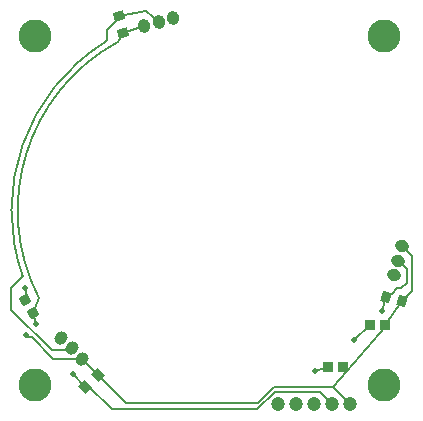
<source format=gtl>
G04*
G04 #@! TF.GenerationSoftware,Altium Limited,Altium Designer,19.1.5 (86)*
G04*
G04 Layer_Physical_Order=1*
G04 Layer_Color=255*
%FSLAX25Y25*%
%MOIN*%
G70*
G01*
G75*
G04:AMPARAMS|DCode=14|XSize=35mil|YSize=30mil|CornerRadius=0mil|HoleSize=0mil|Usage=FLASHONLY|Rotation=315.000|XOffset=0mil|YOffset=0mil|HoleType=Round|Shape=Rectangle|*
%AMROTATEDRECTD14*
4,1,4,-0.02298,0.00177,-0.00177,0.02298,0.02298,-0.00177,0.00177,-0.02298,-0.02298,0.00177,0.0*
%
%ADD14ROTATEDRECTD14*%

%ADD15R,0.03200X0.03200*%
%ADD16P,0.04526X4X165.0*%
G04:AMPARAMS|DCode=17|XSize=35mil|YSize=30mil|CornerRadius=0mil|HoleSize=0mil|Usage=FLASHONLY|Rotation=255.000|XOffset=0mil|YOffset=0mil|HoleType=Round|Shape=Rectangle|*
%AMROTATEDRECTD17*
4,1,4,-0.00996,0.02079,0.01902,0.01302,0.00996,-0.02079,-0.01902,-0.01302,-0.00996,0.02079,0.0*
%
%ADD17ROTATEDRECTD17*%

G04:AMPARAMS|DCode=18|XSize=35mil|YSize=30mil|CornerRadius=0mil|HoleSize=0mil|Usage=FLASHONLY|Rotation=195.000|XOffset=0mil|YOffset=0mil|HoleType=Round|Shape=Rectangle|*
%AMROTATEDRECTD18*
4,1,4,0.01302,0.01902,0.02079,-0.00996,-0.01302,-0.01902,-0.02079,0.00996,0.01302,0.01902,0.0*
%
%ADD18ROTATEDRECTD18*%

%ADD29C,0.00700*%
%ADD30C,0.04724*%
G04:AMPARAMS|DCode=31|XSize=47.24mil|YSize=40mil|CornerRadius=0mil|HoleSize=0mil|Usage=FLASHONLY|Rotation=105.000|XOffset=0mil|YOffset=0mil|HoleType=Round|Shape=Round|*
%AMOVALD31*
21,1,0.00724,0.04000,0.00000,0.00000,105.0*
1,1,0.04000,0.00094,-0.00350*
1,1,0.04000,-0.00094,0.00350*
%
%ADD31OVALD31*%

G04:AMPARAMS|DCode=32|XSize=47.24mil|YSize=40mil|CornerRadius=0mil|HoleSize=0mil|Usage=FLASHONLY|Rotation=225.000|XOffset=0mil|YOffset=0mil|HoleType=Round|Shape=Round|*
%AMOVALD32*
21,1,0.00724,0.04000,0.00000,0.00000,225.0*
1,1,0.04000,0.00256,0.00256*
1,1,0.04000,-0.00256,-0.00256*
%
%ADD32OVALD32*%

G04:AMPARAMS|DCode=33|XSize=47.24mil|YSize=40mil|CornerRadius=0mil|HoleSize=0mil|Usage=FLASHONLY|Rotation=345.000|XOffset=0mil|YOffset=0mil|HoleType=Round|Shape=Round|*
%AMOVALD33*
21,1,0.00724,0.04000,0.00000,0.00000,345.0*
1,1,0.04000,-0.00350,0.00094*
1,1,0.04000,0.00350,-0.00094*
%
%ADD33OVALD33*%

%ADD34C,0.11024*%
%ADD35C,0.01968*%
D14*
X-41351Y-58851D02*
D03*
X-37249Y-54749D02*
D03*
D15*
X58400Y-38200D02*
D03*
X53400D02*
D03*
X44400Y-52300D02*
D03*
X39400D02*
D03*
D16*
X-58950Y-34365D02*
D03*
X-61450Y-30035D02*
D03*
D17*
X58699Y-28749D02*
D03*
X64301Y-30251D02*
D03*
D18*
X-30251Y64801D02*
D03*
X-28749Y59199D02*
D03*
D29*
X-30587Y56111D02*
G03*
X-56849Y-29192I30587J-56111D01*
G01*
X-34853Y56047D02*
G03*
X-62237Y-21967I34853J-56047D01*
G01*
X-45600Y-54600D02*
X-41651Y-58551D01*
X-37519Y-54419D02*
X-27738Y-64200D01*
X45812Y-53542D02*
X58910Y-38649D01*
X41100Y-58900D02*
X45812Y-53542D01*
X-30587Y56111D02*
X-28749Y59199D01*
X-58950Y-34365D02*
X-56849Y-29192D01*
X-42433Y-49504D02*
X-37519Y-54419D01*
X-59300Y-42200D02*
X-52000Y-49500D01*
X-60500Y-42200D02*
X-59300D01*
X-61200Y-41500D02*
X-60500Y-42200D01*
X-66100Y-33200D02*
X-52601Y-46699D01*
X-66100Y-33200D02*
Y-25830D01*
X-52601Y-46699D02*
X-46699D01*
X-52000Y-49500D02*
X-42438D01*
X-58950Y-34365D02*
X-57700Y-38003D01*
X-34853Y56047D02*
X-34176Y56724D01*
X-62237Y-21967D02*
Y-21967D01*
X-66100Y-25830D02*
X-62237Y-21967D01*
X-41651Y-58551D02*
X-40349D01*
X48100Y-43078D02*
X53400Y-38200D01*
X58400D02*
X64301Y-30251D01*
X35300Y-53500D02*
X39400Y-52300D01*
X41100Y-58900D02*
X46700Y-64500D01*
X-61311Y-25753D02*
X-60900Y-28400D01*
X57400Y-33400D02*
X58699Y-28749D01*
X-40349Y-58551D02*
X-32600Y-66300D01*
X-27738Y-64200D02*
X16100D01*
X21400Y-58900D01*
X41100D01*
X-32600Y-66300D02*
X16000D01*
X21700Y-60600D01*
X36800D01*
X40700Y-64500D01*
X58699Y-28749D02*
X59648Y-27800D01*
X60800D01*
X62600Y-26000D01*
X64000D01*
X65900Y-24100D01*
Y-19675D01*
X63051Y-16826D02*
X65900Y-19675D01*
X62795Y-16826D02*
X63051D01*
X64301Y-30074D02*
X67500Y-26875D01*
X64301Y-30251D02*
Y-30074D01*
X67500Y-26875D02*
Y-15151D01*
X64345Y-11996D02*
X67500Y-15151D01*
X64089Y-11996D02*
X64345D01*
X-34176Y56724D02*
Y60179D01*
X-46699Y-46699D02*
X-45969Y-45969D01*
X-42438Y-49500D02*
X-42433Y-49504D01*
X-34176Y60179D02*
X-30251Y64104D01*
X-21000Y66500D02*
X-16826Y62795D01*
X-30251Y64801D02*
X-21000Y66500D01*
X-28749Y59199D02*
X-21655Y61501D01*
X-16826Y62795D02*
Y62826D01*
D30*
X46700Y-64500D02*
D03*
X40700D02*
D03*
X34700D02*
D03*
X28700D02*
D03*
X22700D02*
D03*
D31*
X-21655Y61501D02*
D03*
X-16826Y62795D02*
D03*
X-11996Y64089D02*
D03*
D32*
X-49505Y-42433D02*
D03*
X-45969Y-45969D02*
D03*
X-42433Y-49504D02*
D03*
D33*
X64089Y-11996D02*
D03*
X62795Y-16826D02*
D03*
X61501Y-21655D02*
D03*
D34*
X-58268Y-58268D02*
D03*
X58268D02*
D03*
Y58268D02*
D03*
X-58268D02*
D03*
D35*
X-45600Y-54600D02*
D03*
X-61200Y-41500D02*
D03*
X-57700Y-38003D02*
D03*
X48100Y-43078D02*
D03*
X35300Y-53500D02*
D03*
X-61311Y-25753D02*
D03*
X57400Y-33400D02*
D03*
M02*

</source>
